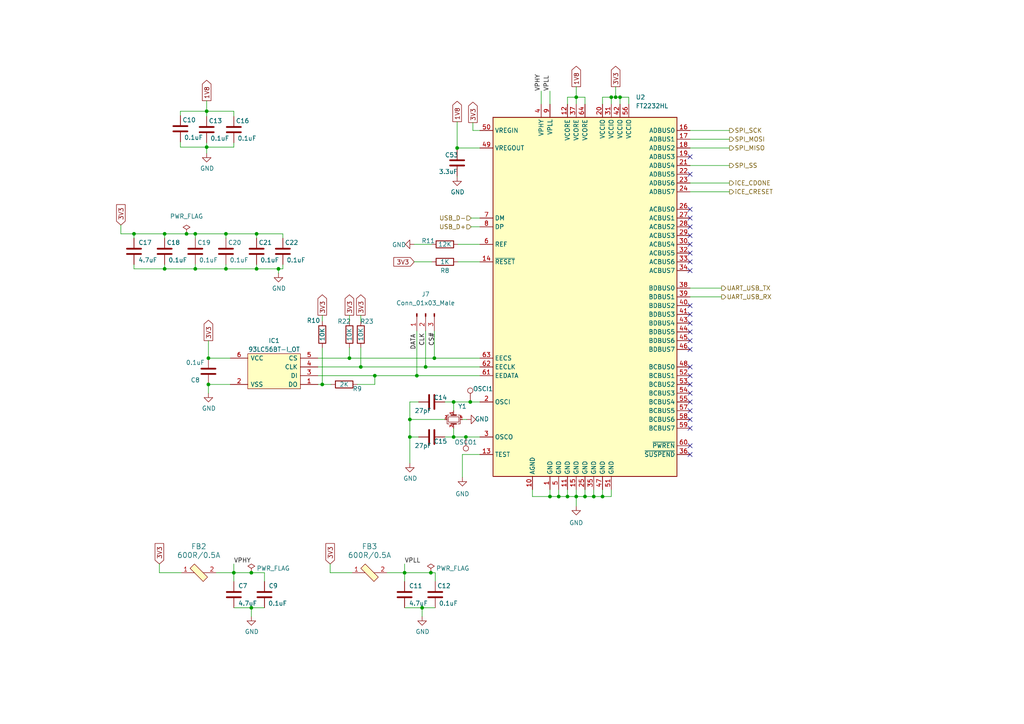
<source format=kicad_sch>
(kicad_sch (version 20211123) (generator eeschema)
  (paper "A4")
  (title_block (title "RiscVLoRaDongle") (date "2022-02-03") (rev "1.0") (company "Mark Njoroge"))
  (lib_symbols
    (symbol "93LC56BT-I_OT:93LC56BT-I_OT" (pin_names (offset 0.762))
      (property "Reference" "IC" (at -7.62 8.89 0))
      (property "Value" "93LC56BT-I_OT" (at -7.62 6.35 0))
      (symbol "93LC56BT-I_OT_0_0"
        (pin passive line (at 12.7 -3.81 180) (length 5.08) (name "DO") (number "1"))
        (pin passive line (at -12.7 -3.81 0) (length 5.08) (name "VSS") (number "2"))
        (pin passive line (at 12.7 -1.27 180) (length 5.08) (name "DI") (number "3"))
        (pin passive line (at 12.7 1.27 180) (length 5.08) (name "CLK") (number "4"))
        (pin passive line (at 12.7 3.81 180) (length 5.08) (name "CS") (number "5"))
        (pin passive line (at -12.7 3.81 0) (length 5.08) (name "VCC") (number "6"))
      )
      (symbol "93LC56BT-I_OT_0_1"
        (rectangle (start -7.62 5.08) (end 7.62 -5.08) (stroke (width 0.1524)) (fill (type background)))
      )
    )
    (symbol "Connector:Conn_01x03_Male" (pin_names (offset 1.016) hide)
      (property "Reference" "J" (at 0 5.08 0))
      (property "Value" "Conn_01x03_Male" (at 0 -5.08 0))
      (symbol "Conn_01x03_Male_1_1"
        (polyline (pts (xy 1.27 -2.54) (xy 0.8636 -2.54)) (stroke (width 0.1524)))
        (polyline (pts (xy 1.27 0) (xy 0.8636 0)) (stroke (width 0.1524)))
        (polyline (pts (xy 1.27 2.54) (xy 0.8636 2.54)) (stroke (width 0.1524)))
        (rectangle (start 0.8636 -2.413) (end 0 -2.667) (stroke (width 0.1524)) (fill (type outline)))
        (rectangle (start 0.8636 0.127) (end 0 -0.127) (stroke (width 0.1524)) (fill (type outline)))
        (rectangle (start 0.8636 2.667) (end 0 2.413) (stroke (width 0.1524)) (fill (type outline)))
        (pin passive line (at 5.08 2.54 180) (length 3.81) (name "Pin_1") (number "1"))
        (pin passive line (at 5.08 0 180) (length 3.81) (name "Pin_2") (number "2"))
        (pin passive line (at 5.08 -2.54 180) (length 3.81) (name "Pin_3") (number "3"))
      )
    )
    (symbol "Connector:TestPoint" (pin_numbers hide) (pin_names (offset 0.762) hide)
      (property "Reference" "TP" (at 0 6.858 0))
      (property "Value" "TestPoint" (at 0 5.08 0))
      (symbol "TestPoint_0_1"
        (circle (center 0 3.302) (radius 0.762))
      )
      (symbol "TestPoint_1_1"
        (pin passive line (at 0 0 90) (length 2.54) (name "1") (number "1"))
      )
    )
    (symbol "Device:C" (pin_numbers hide) (pin_names (offset 0.254))
      (property "Reference" "C" (at 0.635 2.54 0))
      (property "Value" "C" (at 0.635 -2.54 0))
      (symbol "C_0_1"
        (polyline (pts (xy -2.032 -0.762) (xy 2.032 -0.762)) (stroke (width 0.508)))
        (polyline (pts (xy -2.032 0.762) (xy 2.032 0.762)) (stroke (width 0.508)))
      )
      (symbol "C_1_1"
        (pin passive line (at 0 3.81 270) (length 2.794) (name "~") (number "1"))
        (pin passive line (at 0 -3.81 90) (length 2.794) (name "~") (number "2"))
      )
    )
    (symbol "Device:Crystal_GND24_Small" (pin_names (offset 1.016) hide)
      (property "Reference" "Y" (at 1.27 4.445 0))
      (property "Value" "Crystal_GND24_Small" (at 1.27 2.54 0))
      (symbol "Crystal_GND24_Small_0_1"
        (rectangle (start -0.762 -1.524) (end 0.762 1.524))
        (polyline (pts (xy -1.27 -0.762) (xy -1.27 0.762)) (stroke (width 0.381)))
        (polyline (pts (xy 1.27 -0.762) (xy 1.27 0.762)) (stroke (width 0.381)))
        (polyline (pts (xy -1.27 -1.27) (xy -1.27 -1.905) (xy 1.27 -1.905) (xy 1.27 -1.27)))
        (polyline (pts (xy -1.27 1.27) (xy -1.27 1.905) (xy 1.27 1.905) (xy 1.27 1.27)))
      )
      (symbol "Crystal_GND24_Small_1_1"
        (pin passive line (at -2.54 0 0) (length 1.27) (name "1") (number "1"))
        (pin passive line (at 0 -2.54 90) (length 0.635) (name "2") (number "2"))
        (pin passive line (at 2.54 0 180) (length 1.27) (name "3") (number "3"))
        (pin passive line (at 0 2.54 270) (length 0.635) (name "4") (number "4"))
      )
    )
    (symbol "Device:R" (pin_numbers hide) (pin_names (offset 0))
      (property "Reference" "R" (at 2.032 0 90))
      (property "Value" "R" (at 0 0 90))
      (symbol "R_0_1"
        (rectangle (start -1.016 -2.54) (end 1.016 2.54) (stroke (width 0.254)))
      )
      (symbol "R_1_1"
        (pin passive line (at 0 3.81 270) (length 1.27) (name "~") (number "1"))
        (pin passive line (at 0 -3.81 90) (length 1.27) (name "~") (number "2"))
      )
    )
    (symbol "Interface_USB:FT2232HL"
      (property "Reference" "U" (at -26.67 53.34 0))
      (property "Value" "FT2232HL" (at 19.05 53.34 0))
      (symbol "FT2232HL_0_1"
        (rectangle (start -26.67 -52.07) (end 26.67 52.07) (stroke (width 0.254)) (fill (type background)))
      )
      (symbol "FT2232HL_1_1"
        (pin power_in line (at -10.16 -55.88 90) (length 3.81) (name "GND") (number "1"))
        (pin power_in line (at -15.24 -55.88 90) (length 3.81) (name "AGND") (number "10"))
        (pin power_in line (at -5.08 -55.88 90) (length 3.81) (name "GND") (number "11"))
        (pin power_in line (at -5.08 55.88 270) (length 3.81) (name "VCORE") (number "12"))
        (pin input line (at -30.48 -45.72 0) (length 3.81) (name "TEST") (number "13"))
        (pin input line (at -30.48 10.16 0) (length 3.81) (name "~{RESET}") (number "14"))
        (pin power_in line (at -2.54 -55.88 90) (length 3.81) (name "GND") (number "15"))
        (pin bidirectional line (at 30.48 48.26 180) (length 3.81) (name "ADBUS0") (number "16"))
        (pin bidirectional line (at 30.48 45.72 180) (length 3.81) (name "ADBUS1") (number "17"))
        (pin bidirectional line (at 30.48 43.18 180) (length 3.81) (name "ADBUS2") (number "18"))
        (pin bidirectional line (at 30.48 40.64 180) (length 3.81) (name "ADBUS3") (number "19"))
        (pin input line (at -30.48 -30.48 0) (length 3.81) (name "OSCI") (number "2"))
        (pin power_in line (at 5.08 55.88 270) (length 3.81) (name "VCCIO") (number "20"))
        (pin bidirectional line (at 30.48 38.1 180) (length 3.81) (name "ADBUS4") (number "21"))
        (pin bidirectional line (at 30.48 35.56 180) (length 3.81) (name "ADBUS5") (number "22"))
        (pin bidirectional line (at 30.48 33.02 180) (length 3.81) (name "ADBUS6") (number "23"))
        (pin bidirectional line (at 30.48 30.48 180) (length 3.81) (name "ADBUS7") (number "24"))
        (pin power_in line (at 0 -55.88 90) (length 3.81) (name "GND") (number "25"))
        (pin bidirectional line (at 30.48 25.4 180) (length 3.81) (name "ACBUS0") (number "26"))
        (pin bidirectional line (at 30.48 22.86 180) (length 3.81) (name "ACBUS1") (number "27"))
        (pin bidirectional line (at 30.48 20.32 180) (length 3.81) (name "ACBUS2") (number "28"))
        (pin bidirectional line (at 30.48 17.78 180) (length 3.81) (name "ACBUS3") (number "29"))
        (pin output line (at -30.48 -40.64 0) (length 3.81) (name "OSCO") (number "3"))
        (pin bidirectional line (at 30.48 15.24 180) (length 3.81) (name "ACBUS4") (number "30"))
        (pin power_in line (at 7.62 55.88 270) (length 3.81) (name "VCCIO") (number "31"))
        (pin bidirectional line (at 30.48 12.7 180) (length 3.81) (name "ACBUS5") (number "32"))
        (pin bidirectional line (at 30.48 10.16 180) (length 3.81) (name "ACBUS6") (number "33"))
        (pin bidirectional line (at 30.48 7.62 180) (length 3.81) (name "ACBUS7") (number "34"))
        (pin power_in line (at 2.54 -55.88 90) (length 3.81) (name "GND") (number "35"))
        (pin output line (at 30.48 -45.72 180) (length 3.81) (name "~{SUSPEND}") (number "36"))
        (pin power_in line (at -2.54 55.88 270) (length 3.81) (name "VCORE") (number "37"))
        (pin bidirectional line (at 30.48 2.54 180) (length 3.81) (name "BDBUS0") (number "38"))
        (pin bidirectional line (at 30.48 0 180) (length 3.81) (name "BDBUS1") (number "39"))
        (pin power_in line (at -12.7 55.88 270) (length 3.81) (name "VPHY") (number "4"))
        (pin bidirectional line (at 30.48 -2.54 180) (length 3.81) (name "BDBUS2") (number "40"))
        (pin bidirectional line (at 30.48 -5.08 180) (length 3.81) (name "BDBUS3") (number "41"))
        (pin power_in line (at 10.16 55.88 270) (length 3.81) (name "VCCIO") (number "42"))
        (pin bidirectional line (at 30.48 -7.62 180) (length 3.81) (name "BDBUS4") (number "43"))
        (pin bidirectional line (at 30.48 -10.16 180) (length 3.81) (name "BDBUS5") (number "44"))
        (pin bidirectional line (at 30.48 -12.7 180) (length 3.81) (name "BDBUS6") (number "45"))
        (pin bidirectional line (at 30.48 -15.24 180) (length 3.81) (name "BDBUS7") (number "46"))
        (pin power_in line (at 5.08 -55.88 90) (length 3.81) (name "GND") (number "47"))
        (pin bidirectional line (at 30.48 -20.32 180) (length 3.81) (name "BCBUS0") (number "48"))
        (pin power_out line (at -30.48 43.18 0) (length 3.81) (name "VREGOUT") (number "49"))
        (pin power_in line (at -7.62 -55.88 90) (length 3.81) (name "GND") (number "5"))
        (pin power_in line (at -30.48 48.26 0) (length 3.81) (name "VREGIN") (number "50"))
        (pin power_in line (at 7.62 -55.88 90) (length 3.81) (name "GND") (number "51"))
        (pin bidirectional line (at 30.48 -22.86 180) (length 3.81) (name "BCBUS1") (number "52"))
        (pin bidirectional line (at 30.48 -25.4 180) (length 3.81) (name "BCBUS2") (number "53"))
        (pin bidirectional line (at 30.48 -27.94 180) (length 3.81) (name "BCBUS3") (number "54"))
        (pin bidirectional line (at 30.48 -30.48 180) (length 3.81) (name "BCBUS4") (number "55"))
        (pin power_in line (at 12.7 55.88 270) (length 3.81) (name "VCCIO") (number "56"))
        (pin bidirectional line (at 30.48 -33.02 180) (length 3.81) (name "BCBUS5") (number "57"))
        (pin bidirectional line (at 30.48 -35.56 180) (length 3.81) (name "BCBUS6") (number "58"))
        (pin bidirectional line (at 30.48 -38.1 180) (length 3.81) (name "BCBUS7") (number "59"))
        (pin output line (at -30.48 15.24 0) (length 3.81) (name "REF") (number "6"))
        (pin output line (at 30.48 -43.18 180) (length 3.81) (name "~{PWREN}") (number "60"))
        (pin bidirectional line (at -30.48 -22.86 0) (length 3.81) (name "EEDATA") (number "61"))
        (pin output line (at -30.48 -20.32 0) (length 3.81) (name "EECLK") (number "62"))
        (pin output line (at -30.48 -17.78 0) (length 3.81) (name "EECS") (number "63"))
        (pin power_in line (at 0 55.88 270) (length 3.81) (name "VCORE") (number "64"))
        (pin bidirectional line (at -30.48 22.86 0) (length 3.81) (name "DM") (number "7"))
        (pin bidirectional line (at -30.48 20.32 0) (length 3.81) (name "DP") (number "8"))
        (pin input line (at -10.16 55.88 270) (length 3.81) (name "VPLL") (number "9"))
      )
    )
    (symbol "dk_Ferrite-Beads-and-Chips:BLM18AG601SN1D" (pin_names (offset 1.016))
      (property "Reference" "FB" (at -2.54 3.81 0))
      (property "Value" "BLM18AG601SN1D" (at 0 -3.81 0))
      (symbol "BLM18AG601SN1D_0_1"
        (polyline (pts (xy -1.27 0) (xy -2.54 0)))
        (polyline (pts (xy 1.27 0) (xy 2.54 0)))
        (polyline (pts (xy -1.27 2.54) (xy -2.54 1.27) (xy 1.27 -2.54) (xy 2.54 -1.27) (xy -1.27 2.54)) (fill (type background)))
      )
      (symbol "BLM18AG601SN1D_1_1"
        (pin passive line (at -5.08 0 0) (length 2.54) (name "~") (number "1"))
        (pin passive line (at 5.08 0 180) (length 2.54) (name "~") (number "2"))
      )
    )
    (symbol "power:GND" (power) (pin_names (offset 0))
      (property "Value" "GND" (at 0 -3.81 0))
      (symbol "GND_0_1"
        (polyline (pts (xy 0 0) (xy 0 -1.27) (xy 1.27 -1.27) (xy 0 -2.54) (xy -1.27 -1.27) (xy 0 -1.27)))
      )
      (symbol "GND_1_1"
        (pin power_in line (at 0 0 270) (length 0) hide (name "GND") (number "1"))
      )
    )
    (symbol "power:PWR_FLAG" (power) (pin_numbers hide) (pin_names (offset 0) hide)
      (property "Value" "PWR_FLAG" (at 0 3.81 0))
      (symbol "PWR_FLAG_0_0"
        (pin power_out line (at 0 0 90) (length 0) (name "pwr") (number "1"))
      )
      (symbol "PWR_FLAG_0_1"
        (polyline (pts (xy 0 0) (xy 0 1.27) (xy -1.016 1.905) (xy 0 2.54) (xy 1.016 1.905) (xy 0 1.27)))
      )
    )
  )
  (junction (at 104.648 106.426))
  (junction (at 60.452 111.506))
  (junction (at 162.052 144.018))
  (junction (at 101.346 103.886))
  (junction (at 65.532 77.978))
  (junction (at 125.984 103.886))
  (junction (at 60.452 103.886))
  (junction (at 93.472 111.506))
  (junction (at 38.862 67.818))
  (junction (at 174.752 144.018))
  (junction (at 124.968 166.116))
  (junction (at 117.348 166.116))
  (junction (at 80.772 77.978))
  (junction (at 123.444 106.426))
  (junction (at 172.212 144.018))
  (junction (at 56.642 77.978))
  (junction (at 118.872 121.666))
  (junction (at 120.904 108.966))
  (junction (at 178.562 28.194))
  (junction (at 74.422 67.818))
  (junction (at 59.944 42.672))
  (junction (at 72.898 176.276))
  (junction (at 159.512 144.018))
  (junction (at 177.292 28.194))
  (junction (at 47.752 77.978))
  (junction (at 72.898 166.116))
  (junction (at 167.132 144.018))
  (junction (at 54.102 67.818))
  (junction (at 135.128 126.746))
  (junction (at 179.832 28.194))
  (junction (at 169.672 144.018))
  (junction (at 56.642 67.818))
  (junction (at 47.752 67.818))
  (junction (at 131.572 126.746))
  (junction (at 108.712 108.966))
  (junction (at 122.428 176.276))
  (junction (at 136.398 116.586))
  (junction (at 164.592 144.018))
  (junction (at 67.818 166.116))
  (junction (at 118.872 126.746))
  (junction (at 74.422 77.978))
  (junction (at 65.532 67.818))
  (junction (at 59.944 32.258))
  (junction (at 167.132 28.194))
  (junction (at 131.572 116.586))
  (junction (at 132.588 42.926))
  (no_connect (at 200.152 101.346))
  (no_connect (at 200.152 114.046))
  (no_connect (at 200.152 121.666))
  (no_connect (at 200.152 45.466))
  (no_connect (at 200.152 106.426))
  (no_connect (at 200.152 108.966))
  (no_connect (at 200.152 98.806))
  (no_connect (at 200.152 131.826))
  (no_connect (at 200.152 129.286))
  (no_connect (at 200.152 124.206))
  (no_connect (at 200.152 119.126))
  (no_connect (at 200.152 50.546))
  (no_connect (at 200.152 65.786))
  (no_connect (at 200.152 63.246))
  (no_connect (at 200.152 68.326))
  (no_connect (at 200.152 73.406))
  (no_connect (at 200.152 75.946))
  (no_connect (at 200.152 70.866))
  (no_connect (at 200.152 78.486))
  (no_connect (at 200.152 111.506))
  (no_connect (at 200.152 116.586))
  (no_connect (at 200.152 60.706))
  (no_connect (at 200.152 88.646))
  (no_connect (at 200.152 91.186))
  (no_connect (at 200.152 93.726))
  (no_connect (at 200.152 96.266))
  (wire (pts (xy 74.422 77.978) (xy 80.772 77.978)))
  (wire (pts (xy 154.432 144.018) (xy 159.512 144.018)))
  (wire (pts (xy 177.292 144.018) (xy 177.292 141.986)))
  (wire (pts (xy 93.472 91.44) (xy 93.472 93.218)))
  (wire (pts (xy 122.428 176.276) (xy 122.428 178.816)))
  (wire (pts (xy 60.452 98.806) (xy 60.452 103.886)))
  (wire (pts (xy 59.944 32.258) (xy 67.818 32.258)))
  (wire (pts (xy 62.738 166.116) (xy 67.818 166.116)))
  (wire (pts (xy 101.346 91.44) (xy 101.346 93.218)))
  (wire (pts (xy 164.592 28.194) (xy 167.132 28.194)))
  (wire (pts (xy 82.042 67.818) (xy 74.422 67.818)))
  (wire (pts (xy 67.818 42.672) (xy 67.818 41.402)))
  (wire (pts (xy 118.872 126.746) (xy 118.872 134.366)))
  (wire (pts (xy 177.292 28.194) (xy 178.562 28.194)))
  (wire (pts (xy 80.772 77.978) (xy 82.042 77.978)))
  (wire (pts (xy 131.572 124.206) (xy 131.572 126.746)))
  (wire (pts (xy 154.432 141.986) (xy 154.432 144.018)))
  (wire (pts (xy 65.532 69.088) (xy 65.532 67.818)))
  (wire (pts (xy 131.572 126.746) (xy 129.032 126.746)))
  (wire (pts (xy 59.944 32.258) (xy 59.944 33.782)))
  (wire (pts (xy 38.862 77.978) (xy 47.752 77.978)))
  (wire (pts (xy 167.132 28.194) (xy 169.672 28.194)))
  (wire (pts (xy 59.944 41.402) (xy 59.944 42.672)))
  (wire (pts (xy 101.346 100.838) (xy 101.346 103.886)))
  (wire (pts (xy 135.382 121.666) (xy 134.112 121.666)))
  (wire (pts (xy 56.642 76.708) (xy 56.642 77.978)))
  (wire (pts (xy 139.192 126.746) (xy 135.128 126.746)))
  (wire (pts (xy 112.268 166.116) (xy 117.348 166.116)))
  (wire (pts (xy 52.324 32.258) (xy 59.944 32.258)))
  (wire (pts (xy 56.642 69.088) (xy 56.642 67.818)))
  (wire (pts (xy 92.202 108.966) (xy 108.712 108.966)))
  (wire (pts (xy 56.642 77.978) (xy 65.532 77.978)))
  (wire (pts (xy 126.238 168.656) (xy 126.238 166.116)))
  (wire (pts (xy 172.212 144.018) (xy 174.752 144.018)))
  (wire (pts (xy 67.818 166.116) (xy 67.818 163.576)))
  (wire (pts (xy 120.904 96.012) (xy 120.904 108.966)))
  (wire (pts (xy 120.142 75.946) (xy 125.222 75.946)))
  (wire (pts (xy 82.042 77.978) (xy 82.042 76.708)))
  (wire (pts (xy 200.152 55.626) (xy 211.582 55.626)))
  (wire (pts (xy 124.968 166.116) (xy 117.348 166.116)))
  (wire (pts (xy 132.588 42.926) (xy 139.192 42.926)))
  (wire (pts (xy 59.944 29.21) (xy 59.944 32.258)))
  (wire (pts (xy 80.772 77.978) (xy 80.772 79.248)))
  (wire (pts (xy 200.152 48.006) (xy 211.582 48.006)))
  (wire (pts (xy 76.708 168.656) (xy 76.708 166.116)))
  (wire (pts (xy 162.052 144.018) (xy 164.592 144.018)))
  (wire (pts (xy 177.292 28.194) (xy 177.292 30.226)))
  (wire (pts (xy 167.132 144.018) (xy 167.132 146.812)))
  (wire (pts (xy 74.422 76.708) (xy 74.422 77.978)))
  (wire (pts (xy 38.862 67.818) (xy 47.752 67.818)))
  (wire (pts (xy 167.132 25.146) (xy 167.132 28.194)))
  (wire (pts (xy 167.132 141.986) (xy 167.132 144.018)))
  (wire (pts (xy 164.592 141.986) (xy 164.592 144.018)))
  (wire (pts (xy 93.472 100.838) (xy 93.472 111.506)))
  (wire (pts (xy 101.346 103.886) (xy 125.984 103.886)))
  (wire (pts (xy 47.752 67.818) (xy 54.102 67.818)))
  (wire (pts (xy 120.904 108.966) (xy 139.192 108.966)))
  (wire (pts (xy 132.588 43.434) (xy 132.588 42.926)))
  (wire (pts (xy 139.192 131.826) (xy 134.112 131.826)))
  (wire (pts (xy 38.862 69.088) (xy 38.862 67.818)))
  (wire (pts (xy 35.052 67.818) (xy 38.862 67.818)))
  (wire (pts (xy 137.16 37.846) (xy 139.192 37.846)))
  (wire (pts (xy 164.592 30.226) (xy 164.592 28.194)))
  (wire (pts (xy 35.052 65.278) (xy 35.052 67.818)))
  (wire (pts (xy 118.872 121.666) (xy 118.872 126.746)))
  (wire (pts (xy 47.752 77.978) (xy 56.642 77.978)))
  (wire (pts (xy 200.152 86.106) (xy 209.296 86.106)))
  (wire (pts (xy 76.708 166.116) (xy 72.898 166.116)))
  (wire (pts (xy 66.802 111.506) (xy 60.452 111.506)))
  (wire (pts (xy 52.324 41.148) (xy 52.324 42.672)))
  (wire (pts (xy 59.944 42.672) (xy 67.818 42.672)))
  (wire (pts (xy 54.102 67.818) (xy 56.642 67.818)))
  (wire (pts (xy 72.898 176.276) (xy 72.898 178.816)))
  (wire (pts (xy 136.398 116.586) (xy 139.192 116.586)))
  (wire (pts (xy 169.672 28.194) (xy 169.672 30.226)))
  (wire (pts (xy 174.752 30.226) (xy 174.752 28.194)))
  (wire (pts (xy 67.818 166.116) (xy 67.818 168.656)))
  (wire (pts (xy 137.16 35.56) (xy 137.16 37.846)))
  (wire (pts (xy 179.832 28.194) (xy 179.832 30.226)))
  (wire (pts (xy 159.512 30.226) (xy 159.512 26.416)))
  (wire (pts (xy 103.632 111.506) (xy 108.712 111.506)))
  (wire (pts (xy 92.202 106.426) (xy 104.648 106.426)))
  (wire (pts (xy 132.842 70.866) (xy 139.192 70.866)))
  (wire (pts (xy 169.672 141.986) (xy 169.672 144.018)))
  (wire (pts (xy 200.152 42.926) (xy 211.582 42.926)))
  (wire (pts (xy 134.112 131.826) (xy 134.112 138.43)))
  (wire (pts (xy 123.444 106.426) (xy 139.192 106.426)))
  (wire (pts (xy 159.512 144.018) (xy 162.052 144.018)))
  (wire (pts (xy 56.642 67.818) (xy 65.532 67.818)))
  (wire (pts (xy 118.872 116.586) (xy 118.872 121.666)))
  (wire (pts (xy 117.348 176.276) (xy 122.428 176.276)))
  (wire (pts (xy 108.712 108.966) (xy 120.904 108.966)))
  (wire (pts (xy 123.444 96.012) (xy 123.444 106.426)))
  (wire (pts (xy 120.142 70.866) (xy 125.222 70.866)))
  (wire (pts (xy 126.238 176.276) (xy 122.428 176.276)))
  (wire (pts (xy 95.758 163.576) (xy 95.758 166.116)))
  (wire (pts (xy 162.052 141.986) (xy 162.052 144.018)))
  (wire (pts (xy 74.422 67.818) (xy 74.422 69.088)))
  (wire (pts (xy 65.532 67.818) (xy 74.422 67.818)))
  (wire (pts (xy 131.572 116.586) (xy 136.398 116.586)))
  (wire (pts (xy 167.132 28.194) (xy 167.132 30.226)))
  (wire (pts (xy 125.984 96.012) (xy 125.984 103.886)))
  (wire (pts (xy 126.238 166.116) (xy 124.968 166.116)))
  (wire (pts (xy 47.752 76.708) (xy 47.752 77.978)))
  (wire (pts (xy 159.512 141.986) (xy 159.512 144.018)))
  (wire (pts (xy 131.572 116.586) (xy 129.032 116.586)))
  (wire (pts (xy 169.672 144.018) (xy 172.212 144.018)))
  (wire (pts (xy 52.324 33.528) (xy 52.324 32.258)))
  (wire (pts (xy 139.192 63.246) (xy 136.652 63.246)))
  (wire (pts (xy 139.192 65.786) (xy 136.652 65.786)))
  (wire (pts (xy 38.862 76.708) (xy 38.862 77.978)))
  (wire (pts (xy 200.152 37.846) (xy 211.582 37.846)))
  (wire (pts (xy 125.984 103.886) (xy 139.192 103.886)))
  (wire (pts (xy 104.648 91.44) (xy 104.648 93.218)))
  (wire (pts (xy 52.324 42.672) (xy 59.944 42.672)))
  (wire (pts (xy 164.592 144.018) (xy 167.132 144.018)))
  (wire (pts (xy 132.588 35.306) (xy 132.588 42.926)))
  (wire (pts (xy 129.032 121.666) (xy 118.872 121.666)))
  (wire (pts (xy 200.152 53.086) (xy 211.582 53.086)))
  (wire (pts (xy 179.832 28.194) (xy 182.372 28.194)))
  (wire (pts (xy 132.588 51.054) (xy 132.588 51.308)))
  (wire (pts (xy 60.452 111.506) (xy 60.452 114.046)))
  (wire (pts (xy 72.898 166.116) (xy 67.818 166.116)))
  (wire (pts (xy 131.572 116.586) (xy 131.572 119.126)))
  (wire (pts (xy 65.532 77.978) (xy 74.422 77.978)))
  (wire (pts (xy 118.872 116.586) (xy 121.412 116.586)))
  (wire (pts (xy 82.042 69.088) (xy 82.042 67.818)))
  (wire (pts (xy 117.348 166.116) (xy 117.348 168.656)))
  (wire (pts (xy 104.648 100.838) (xy 104.648 106.426)))
  (wire (pts (xy 65.532 76.708) (xy 65.532 77.978)))
  (wire (pts (xy 67.818 32.258) (xy 67.818 33.782)))
  (wire (pts (xy 121.412 126.746) (xy 118.872 126.746)))
  (wire (pts (xy 93.472 111.506) (xy 96.012 111.506)))
  (wire (pts (xy 47.752 69.088) (xy 47.752 67.818)))
  (wire (pts (xy 200.152 83.566) (xy 209.296 83.566)))
  (wire (pts (xy 92.202 111.506) (xy 93.472 111.506)))
  (wire (pts (xy 76.708 176.276) (xy 72.898 176.276)))
  (wire (pts (xy 200.152 40.386) (xy 211.582 40.386)))
  (wire (pts (xy 174.752 144.018) (xy 177.292 144.018)))
  (wire (pts (xy 117.348 166.116) (xy 117.348 163.576)))
  (wire (pts (xy 67.818 176.276) (xy 72.898 176.276)))
  (wire (pts (xy 108.712 111.506) (xy 108.712 108.966)))
  (wire (pts (xy 156.972 30.226) (xy 156.972 26.416)))
  (wire (pts (xy 59.944 42.672) (xy 59.944 44.45)))
  (wire (pts (xy 135.128 126.746) (xy 131.572 126.746)))
  (wire (pts (xy 104.648 106.426) (xy 123.444 106.426)))
  (wire (pts (xy 132.842 75.946) (xy 139.192 75.946)))
  (wire (pts (xy 172.212 141.986) (xy 172.212 144.018)))
  (wire (pts (xy 174.752 141.986) (xy 174.752 144.018)))
  (wire (pts (xy 182.372 28.194) (xy 182.372 30.226)))
  (wire (pts (xy 46.228 166.116) (xy 52.578 166.116)))
  (wire (pts (xy 46.228 163.576) (xy 46.228 166.116)))
  (wire (pts (xy 92.202 103.886) (xy 101.346 103.886)))
  (wire (pts (xy 95.758 166.116) (xy 102.108 166.116)))
  (wire (pts (xy 178.562 28.194) (xy 179.832 28.194)))
  (wire (pts (xy 66.802 103.886) (xy 60.452 103.886)))
  (wire (pts (xy 178.562 25.146) (xy 178.562 28.194)))
  (wire (pts (xy 167.132 144.018) (xy 169.672 144.018)))
  (wire (pts (xy 174.752 28.194) (xy 177.292 28.194)))
  (label "VPLL" (at 159.512 26.416 90))
  (label "VPHY" (at 156.972 26.416 90))
  (label "VPLL" (at 117.348 163.576 0))
  (label "CLK" (at 123.444 96.52 270))
  (label "DATA" (at 120.904 96.774 270))
  (label "VPHY" (at 67.818 163.576 0))
  (label "CS#" (at 126.238 100.33 90))
  (global_label "3V3" (shape output) (at 178.562 25.146 90) (property "Intersheet References" "${INTERSHEET_REFS}" (effects hide)))
  (global_label "1V8" (shape output) (at 167.132 25.146 90) (property "Intersheet References" "${INTERSHEET_REFS}" (effects hide)))
  (global_label "1V8" (shape output) (at 59.944 29.21 90) (property "Intersheet References" "${INTERSHEET_REFS}" (effects hide)))
  (global_label "3V3" (shape input) (at 35.052 65.278 90) (property "Intersheet References" "${INTERSHEET_REFS}" (effects hide)))
  (global_label "3V3" (shape output) (at 93.472 91.44 90) (property "Intersheet References" "${INTERSHEET_REFS}" (effects hide)))
  (global_label "3V3" (shape input) (at 46.228 163.576 90) (property "Intersheet References" "${INTERSHEET_REFS}" (effects hide)))
  (global_label "3V3" (shape input) (at 95.758 163.576 90) (property "Intersheet References" "${INTERSHEET_REFS}" (effects hide)))
  (global_label "3V3" (shape input) (at 120.142 75.946 180) (property "Intersheet References" "${INTERSHEET_REFS}" (effects hide)))
  (global_label "3V3" (shape output) (at 60.452 98.806 90) (property "Intersheet References" "${INTERSHEET_REFS}" (effects hide)))
  (global_label "1V8" (shape output) (at 132.588 35.306 90) (property "Intersheet References" "${INTERSHEET_REFS}" (effects hide)))
  (global_label "3V3" (shape output) (at 104.648 91.44 90) (property "Intersheet References" "${INTERSHEET_REFS}" (effects hide)))
  (global_label "3V3" (shape output) (at 101.346 91.44 90) (property "Intersheet References" "${INTERSHEET_REFS}" (effects hide)))
  (global_label "3V3" (shape output) (at 137.16 35.56 90) (property "Intersheet References" "${INTERSHEET_REFS}" (effects hide)))
  (hierarchical_label "USB_D+" (shape input) (at 136.652 65.786 180))
  (hierarchical_label "UART_USB_RX" (shape output) (at 209.296 86.106 0))
  (hierarchical_label "USB_D-" (shape input) (at 136.652 63.246 180))
  (hierarchical_label "SPI_MISO" (shape output) (at 211.582 42.926 0))
  (hierarchical_label "iCE_CRESET" (shape output) (at 211.582 55.626 0))
  (hierarchical_label "SPI_MOSI" (shape output) (at 211.582 40.386 0))
  (hierarchical_label "iCE_CDONE" (shape output) (at 211.582 53.086 0))
  (hierarchical_label "UART_USB_TX" (shape output) (at 209.296 83.566 0))
  (hierarchical_label "SPI_SCK" (shape output) (at 211.582 37.846 0))
  (hierarchical_label "SPI_SS" (shape output) (at 211.582 48.006 0))
  (symbol (lib_id "dk_Ferrite-Beads-and-Chips:BLM18AG601SN1D") (at 57.658 166.116 0) (unit 1)
    (property "Reference" "FB2" (at 57.658 158.496 0) (effects (font (size 1.524 1.524))))
    (property "Value" "600R/0.5A" (at 57.658 161.036 0) (effects (font (size 1.524 1.524))))
    (property "Footprint" "digikey-footprints:0603" (effects hide))
    (property "Datasheet" "https://www.murata.com/en-us/products/productdata/8796738650142/ENFA0003.pdf" (effects hide))
    (property "Digi-Key_PN" "490-1014-1-ND" (effects hide))
    (property "MPN" "BLM18AG601SN1D" (effects hide))
    (property "Category" "Filters" (effects hide))
    (property "Family" "Ferrite Beads and Chips" (effects hide))
    (property "DK_Datasheet_Link" "https://www.murata.com/en-us/products/productdata/8796738650142/ENFA0003.pdf" (effects hide))
    (property "DK_Detail_Page" "/product-detail/en/murata-electronics-north-america/BLM18AG601SN1D/490-1014-1-ND/584462" (effects hide))
    (property "Description" "FERRITE BEAD 600 OHM 0603 1LN" (effects hide))
    (property "Manufacturer" "Murata Electronics North America" (effects hide))
    (property "Status" "Active" (effects hide))
    (property "Manufacturer Part Number" "BLM18AG601SN1D" (effects hide))
    (property "Package" "0603" (effects hide))
    (property "Type" "SMD" (effects hide))
  )
  (symbol (lib_id "dk_Ferrite-Beads-and-Chips:BLM18AG601SN1D") (at 107.188 166.116 0) (unit 1)
    (property "Reference" "FB3" (at 107.188 158.496 0) (effects (font (size 1.524 1.524))))
    (property "Value" "600R/0.5A" (at 107.188 161.036 0) (effects (font (size 1.524 1.524))))
    (property "Footprint" "digikey-footprints:0603" (effects hide))
    (property "Datasheet" "https://www.murata.com/en-us/products/productdata/8796738650142/ENFA0003.pdf" (effects hide))
    (property "Digi-Key_PN" "490-1014-1-ND" (effects hide))
    (property "MPN" "BLM18AG601SN1D" (effects hide))
    (property "Category" "Filters" (effects hide))
    (property "Family" "Ferrite Beads and Chips" (effects hide))
    (property "DK_Datasheet_Link" "https://www.murata.com/en-us/products/productdata/8796738650142/ENFA0003.pdf" (effects hide))
    (property "DK_Detail_Page" "/product-detail/en/murata-electronics-north-america/BLM18AG601SN1D/490-1014-1-ND/584462" (effects hide))
    (property "Description" "FERRITE BEAD 600 OHM 0603 1LN" (effects hide))
    (property "Manufacturer" "Murata Electronics North America" (effects hide))
    (property "Status" "Active" (effects hide))
    (property "Manufacturer Part Number" "BLM18AG601SN1D" (effects hide))
    (property "Package" "0603" (effects hide))
    (property "Type" "SMD" (effects hide))
  )
  (symbol (lib_id "power:GND") (at 120.142 70.866 270) (unit 1)
    (property "Reference" "#PWR014" (effects hide))
    (property "Value" "GND" (at 115.7478 70.993 90))
  )
  (symbol (lib_id "Device:R") (at 129.032 70.866 270) (unit 1)
    (property "Reference" "R11" (at 124.206 69.85 90))
    (property "Value" "12K" (at 129.032 70.866 90))
    (property "Footprint" "Resistor_SMD:R_0402_1005Metric_Pad0.72x0.64mm_HandSolder" (effects hide))
    (property "Description" "RES 10K OHM 1% 1/16W 0402" (effects hide))
    (property "Manufacturer" "Stackpole Electronics Inc" (effects hide))
    (property "Manufacturer Part Number" "RMCF0402FT12K0" (effects hide))
    (property "Package" "0402" (effects hide))
  )
  (symbol (lib_id "power:GND") (at 118.872 134.366 0) (unit 1)
    (property "Reference" "#PWR013" (effects hide))
    (property "Value" "GND" (at 118.999 138.7602 0))
  )
  (symbol (lib_id "93LC56BT-I_OT:93LC56BT-I_OT") (at 79.502 107.696 0) (unit 1)
    (property "Reference" "IC1" (at 79.502 98.806 0))
    (property "Value" "93LC56BT-I_OT" (at 79.502 101.346 0))
    (property "Footprint" "93LC56B-I_OT_KiCad:SOT95P270X145-6N" (effects hide))
    (property "Datasheet" "http://ww1.microchip.com/downloads/en/DeviceDoc/21794G.pdf" (effects hide))
    (property "Description" "2K,128 X 16,Serial EE,SOT23" (effects hide))
    (property "Height" "1.45" (effects hide))
    (property "Manufacturer_Name" "Microchip" (effects hide))
    (property "Manufacturer_Part_Number" "93LC56BT-I/OT" (effects hide))
    (property "Mouser Part Number" "579-93LC56BT-I/OT" (effects hide))
    (property "Mouser Price/Stock" "https://www.mouser.co.uk/ProductDetail/Microchip-Technology/93LC56BT-I-OT?qs=lQv0JY93vrc7B5Rh5LPW8g%3D%3D" (effects hide))
    (property "Arrow Part Number" "93LC56BT-I/OT" (effects hide))
    (property "Arrow Price/Stock" "https://www.arrow.com/en/products/93lc56bt-iot/microchip-technology" (effects hide))
    (property "Manufacturer" "Microchip" (effects hide))
    (property "Manufacturer Part Number" "93LC56BT-I/OT" (effects hide))
    (property "Package" "SOT23-6" (effects hide))
    (property "Type" "SMD" (effects hide))
  )
  (symbol (lib_id "power:GND") (at 60.452 114.046 0) (unit 1)
    (property "Reference" "#PWR07" (effects hide))
    (property "Value" "GND" (at 60.579 118.4402 0))
  )
  (symbol (lib_id "Device:R") (at 99.822 111.506 270) (unit 1)
    (property "Reference" "R9" (at 103.632 112.776 90))
    (property "Value" "2K" (at 99.822 111.506 90))
    (property "Footprint" "Resistor_SMD:R_0402_1005Metric_Pad0.72x0.64mm_HandSolder" (effects hide))
    (property "Description" "RES 2K OHM 1% 1/16W 0402" (effects hide))
    (property "Manufacturer" "Stackpole Electronics Inc" (effects hide))
    (property "Manufacturer Part Number" "RMCF0402FT2K00" (effects hide))
    (property "Package" "0402" (effects hide))
  )
  (symbol (lib_id "Device:R") (at 93.472 97.028 0) (unit 1)
    (property "Reference" "R10" (at 90.932 92.964 0))
    (property "Value" "10K" (at 93.472 97.028 90))
    (property "Footprint" "Resistor_SMD:R_0402_1005Metric_Pad0.72x0.64mm_HandSolder" (effects hide))
    (property "Description" "RES 10K OHM 1% 1/16W 0402" (effects hide))
    (property "Manufacturer" "Stackpole Electronics Inc" (effects hide))
    (property "Manufacturer Part Number" "RMCF0402FT10K0" (effects hide))
    (property "Package" "0402" (effects hide))
  )
  (symbol (lib_id "Device:C") (at 125.222 126.746 270) (unit 1)
    (property "Reference" "C15" (at 127.762 128.016 90))
    (property "Value" "27pF" (at 122.682 129.286 90))
    (property "Footprint" "Capacitor_SMD:C_0603_1608Metric_Pad1.08x0.95mm_HandSolder" (effects hide))
    (property "Manufacturer Part Number" "GRM1885C1H270JA01D" (effects hide))
    (property "Package" "0603" (effects hide))
    (property "Type" "SMD" (effects hide))
    (property "Description" "CAP CER 27PF 50V C0G/NP0 0603" (effects hide))
    (property "Manufacturer" "Murata Electronics" (effects hide))
  )
  (symbol (lib_id "Device:C") (at 125.222 116.586 270) (unit 1)
    (property "Reference" "C14" (at 127.762 115.316 90))
    (property "Value" "27pF" (at 122.682 119.126 90))
    (property "Footprint" "Capacitor_SMD:C_0603_1608Metric_Pad1.08x0.95mm_HandSolder" (effects hide))
    (property "Manufacturer Part Number" "GRM1885C1H270JA01D" (effects hide))
    (property "Package" "0603" (effects hide))
    (property "Type" "SMD" (effects hide))
    (property "Description" "CAP CER 27PF 50V C0G/NP0 0603" (effects hide))
    (property "Manufacturer" "Murata Electronics" (effects hide))
  )
  (symbol (lib_id "Device:C") (at 67.818 172.466 0) (unit 1)
    (property "Reference" "C7" (at 69.088 169.926 0) (effects (justify left)))
    (property "Value" "4.7uF" (at 69.088 175.006 0) (effects (justify left)))
    (property "Footprint" "Capacitor_SMD:C_0402_1005Metric_Pad0.74x0.62mm_HandSolder" (effects hide))
    (property "Part Number" "GRM155C80J475MEAAD" (effects hide))
    (property "Manufacturer" "Murata Electronics" (effects hide))
    (property "Manufacturer Part Number" "GRM155C80J475MEAAD" (effects hide))
    (property "Description" "CAP CER 4.7UF 6.3V X6S 0402" (effects hide))
    (property "Package" "0402" (effects hide))
    (property "Type" "SMD" (effects hide))
  )
  (symbol (lib_id "power:GND") (at 72.898 178.816 0) (unit 1)
    (property "Reference" "#PWR08" (effects hide))
    (property "Value" "GND" (at 73.025 183.2102 0))
  )
  (symbol (lib_id "Device:C") (at 117.348 172.466 0) (unit 1)
    (property "Reference" "C11" (at 118.618 169.926 0) (effects (justify left)))
    (property "Value" "4.7uF" (at 118.618 175.006 0) (effects (justify left)))
    (property "Footprint" "Capacitor_SMD:C_0402_1005Metric_Pad0.74x0.62mm_HandSolder" (effects hide))
    (property "Part Number" "GRM155C80J475MEAAD" (effects hide))
    (property "Manufacturer" "Murata Electronics" (effects hide))
    (property "Manufacturer Part Number" "GRM155C80J475MEAAD" (effects hide))
    (property "Description" "CAP CER 4.7UF 6.3V X6S 0402" (effects hide))
    (property "Package" "0402" (effects hide))
    (property "Type" "SMD" (effects hide))
  )
  (symbol (lib_id "power:GND") (at 122.428 178.816 0) (unit 1)
    (property "Reference" "#PWR010" (effects hide))
    (property "Value" "GND" (at 122.555 183.2102 0))
  )
  (symbol (lib_id "Device:C") (at 38.862 72.898 0) (unit 1)
    (property "Reference" "C17" (at 40.132 70.358 0) (effects (justify left)))
    (property "Value" "4.7uF" (at 40.132 75.438 0) (effects (justify left)))
    (property "Footprint" "Capacitor_SMD:C_0402_1005Metric_Pad0.74x0.62mm_HandSolder" (effects hide))
    (property "Part Number" "GRM155C80J475MEAAD" (effects hide))
    (property "Manufacturer" "Murata Electronics" (effects hide))
    (property "Manufacturer Part Number" "GRM155C80J475MEAAD" (effects hide))
    (property "Description" "CAP CER 4.7UF 6.3V X6S 0402" (effects hide))
    (property "Package" "0402" (effects hide))
    (property "Type" "SMD" (effects hide))
  )
  (symbol (lib_id "Device:C") (at 60.452 107.696 180) (unit 1)
    (property "Reference" "C8" (at 56.642 110.236 0))
    (property "Value" "0.1uF" (at 56.642 105.156 0))
    (property "Footprint" "Capacitor_SMD:C_0402_1005Metric_Pad0.74x0.62mm_HandSolder" (effects hide))
    (property "Part Number" "GCM155R71C104KA55J" (effects hide))
    (property "Description" "CAP CER 0.1UF 16V X7R 0402" (effects hide))
    (property "Manufacturer" "Murata Electronics" (effects hide))
    (property "Manufacturer Part Number" "GCM155R71C104KA55J" (effects hide))
    (property "Package" "0402" (effects hide))
    (property "Type" "SMD" (effects hide))
  )
  (symbol (lib_id "Device:C") (at 76.708 172.466 180) (unit 1)
    (property "Reference" "C9" (at 79.248 169.926 0))
    (property "Value" "0.1uF" (at 80.518 175.006 0))
    (property "Footprint" "Capacitor_SMD:C_0402_1005Metric_Pad0.74x0.62mm_HandSolder" (effects hide))
    (property "Part Number" "GCM155R71C104KA55J" (effects hide))
    (property "Description" "CAP CER 0.1UF 16V X7R 0402" (effects hide))
    (property "Manufacturer" "Murata Electronics" (effects hide))
    (property "Manufacturer Part Number" "GCM155R71C104KA55J" (effects hide))
    (property "Package" "0402" (effects hide))
    (property "Type" "SMD" (effects hide))
  )
  (symbol (lib_id "Device:C") (at 126.238 172.466 180) (unit 1)
    (property "Reference" "C12" (at 128.778 169.926 0))
    (property "Value" "0.1uF" (at 130.048 175.006 0))
    (property "Footprint" "Capacitor_SMD:C_0402_1005Metric_Pad0.74x0.62mm_HandSolder" (effects hide))
    (property "Part Number" "GCM155R71C104KA55J" (effects hide))
    (property "Description" "CAP CER 0.1UF 16V X7R 0402" (effects hide))
    (property "Manufacturer" "Murata Electronics" (effects hide))
    (property "Manufacturer Part Number" "GCM155R71C104KA55J" (effects hide))
    (property "Package" "0402" (effects hide))
    (property "Type" "SMD" (effects hide))
  )
  (symbol (lib_id "Device:C") (at 47.752 72.898 180) (unit 1)
    (property "Reference" "C18" (at 50.292 70.358 0))
    (property "Value" "0.1uF" (at 51.562 75.438 0))
    (property "Footprint" "Capacitor_SMD:C_0402_1005Metric_Pad0.74x0.62mm_HandSolder" (effects hide))
    (property "Part Number" "GCM155R71C104KA55J" (effects hide))
    (property "Description" "CAP CER 0.1UF 16V X7R 0402" (effects hide))
    (property "Manufacturer" "Murata Electronics" (effects hide))
    (property "Manufacturer Part Number" "GCM155R71C104KA55J" (effects hide))
    (property "Package" "0402" (effects hide))
    (property "Type" "SMD" (effects hide))
  )
  (symbol (lib_id "Device:C") (at 56.642 72.898 180) (unit 1)
    (property "Reference" "C19" (at 59.182 70.358 0))
    (property "Value" "0.1uF" (at 60.452 75.438 0))
    (property "Footprint" "Capacitor_SMD:C_0402_1005Metric_Pad0.74x0.62mm_HandSolder" (effects hide))
    (property "Part Number" "GCM155R71C104KA55J" (effects hide))
    (property "Description" "CAP CER 0.1UF 16V X7R 0402" (effects hide))
    (property "Manufacturer" "Murata Electronics" (effects hide))
    (property "Manufacturer Part Number" "GCM155R71C104KA55J" (effects hide))
    (property "Package" "0402" (effects hide))
    (property "Type" "SMD" (effects hide))
  )
  (symbol (lib_id "Device:C") (at 65.532 72.898 180) (unit 1)
    (property "Reference" "C20" (at 68.072 70.358 0))
    (property "Value" "0.1uF" (at 69.342 75.438 0))
    (property "Footprint" "Capacitor_SMD:C_0402_1005Metric_Pad0.74x0.62mm_HandSolder" (effects hide))
    (property "Part Number" "GCM155R71C104KA55J" (effects hide))
    (property "Description" "CAP CER 0.1UF 16V X7R 0402" (effects hide))
    (property "Manufacturer" "Murata Electronics" (effects hide))
    (property "Manufacturer Part Number" "GCM155R71C104KA55J" (effects hide))
    (property "Package" "0402" (effects hide))
    (property "Type" "SMD" (effects hide))
  )
  (symbol (lib_id "power:GND") (at 80.772 79.248 0) (unit 1)
    (property "Reference" "#PWR017" (effects hide))
    (property "Value" "GND" (at 80.899 83.6422 0))
  )
  (symbol (lib_id "Device:C") (at 74.422 72.898 180) (unit 1)
    (property "Reference" "C21" (at 76.962 70.358 0))
    (property "Value" "0.1uF" (at 78.232 75.438 0))
    (property "Footprint" "Capacitor_SMD:C_0402_1005Metric_Pad0.74x0.62mm_HandSolder" (effects hide))
    (property "Part Number" "GCM155R71C104KA55J" (effects hide))
    (property "Description" "CAP CER 0.1UF 16V X7R 0402" (effects hide))
    (property "Manufacturer" "Murata Electronics" (effects hide))
    (property "Manufacturer Part Number" "GCM155R71C104KA55J" (effects hide))
    (property "Package" "0402" (effects hide))
    (property "Type" "SMD" (effects hide))
  )
  (symbol (lib_id "Device:C") (at 82.042 72.898 180) (unit 1)
    (property "Reference" "C22" (at 84.582 70.358 0))
    (property "Value" "0.1uF" (at 85.852 75.438 0))
    (property "Footprint" "Capacitor_SMD:C_0402_1005Metric_Pad0.74x0.62mm_HandSolder" (effects hide))
    (property "Part Number" "GCM155R71C104KA55J" (effects hide))
    (property "Description" "CAP CER 0.1UF 16V X7R 0402" (effects hide))
    (property "Manufacturer" "Murata Electronics" (effects hide))
    (property "Manufacturer Part Number" "GCM155R71C104KA55J" (effects hide))
    (property "Package" "0402" (effects hide))
    (property "Type" "SMD" (effects hide))
  )
  (symbol (lib_id "Device:R") (at 129.032 75.946 270) (mirror x) (unit 1)
    (property "Reference" "R8" (at 129.032 78.486 90))
    (property "Value" "1K" (at 129.032 75.946 90))
    (property "Footprint" "Resistor_SMD:R_0402_1005Metric_Pad0.72x0.64mm_HandSolder" (effects hide))
    (property "Description" "RES 1K OHM 1% 1/16W 0402" (effects hide))
    (property "Manufacturer" "Stackpole Electronics Inc" (effects hide))
    (property "Manufacturer Part Number" "RMCF0402FT1K00" (effects hide))
    (property "Package" "0402" (effects hide))
  )
  (symbol (lib_id "Device:Crystal_GND24_Small") (at 131.572 121.666 270) (unit 1)
    (property "Reference" "Y1" (at 132.842 117.856 90) (effects (justify left)))
    (property "Value" "Crystal_GND24_Small" (effects hide))
    (property "Footprint" "Crystal:Crystal_SMD_3225-4Pin_3.2x2.5mm" (effects hide))
    (property "Part Number" "ABM8-12.000MHZ-B2-T" (effects hide))
    (property "Description" "CRYSTAL 12.0000MHZ 18PF SMD" (effects hide))
    (property "Manufacturer" "Abracon LLC" (effects hide))
    (property "Manufacturer Part Number" "ABM8-12.000MHZ-B2-T" (effects hide))
    (property "Package" "4 Pin Crystal" (effects hide))
    (property "Type" "SMD" (effects hide))
  )
  (symbol (lib_id "power:GND") (at 135.382 121.666 90) (unit 1)
    (property "Reference" "#PWR027" (effects hide))
    (property "Value" "GND" (at 139.7762 121.539 90))
  )
  (symbol (lib_id "power:GND") (at 167.132 146.812 0) (unit 1)
    (property "Reference" "#PWR0119" (effects hide))
    (property "Value" "GND" (at 167.132 151.638 0))
  )
  (symbol (lib_id "Device:C") (at 52.324 37.338 180) (unit 1)
    (property "Reference" "C10" (at 54.864 34.798 0))
    (property "Value" "0.1uF" (at 56.134 39.878 0))
    (property "Footprint" "Capacitor_SMD:C_0402_1005Metric_Pad0.74x0.62mm_HandSolder" (effects hide))
    (property "Part Number" "GCM155R71C104KA55J" (effects hide))
    (property "Description" "CAP CER 0.1UF 16V X7R 0402" (effects hide))
    (property "Manufacturer" "Murata Electronics" (effects hide))
    (property "Manufacturer Part Number" "GCM155R71C104KA55J" (effects hide))
    (property "Package" "0402" (effects hide))
    (property "Type" "SMD" (effects hide))
  )
  (symbol (lib_id "Device:C") (at 67.818 37.592 180) (unit 1)
    (property "Reference" "C16" (at 70.358 35.052 0))
    (property "Value" "0.1uF" (at 71.628 40.132 0))
    (property "Footprint" "Capacitor_SMD:C_0402_1005Metric_Pad0.74x0.62mm_HandSolder" (effects hide))
    (property "Part Number" "GCM155R71C104KA55J" (effects hide))
    (property "Description" "CAP CER 0.1UF 16V X7R 0402" (effects hide))
    (property "Manufacturer" "Murata Electronics" (effects hide))
    (property "Manufacturer Part Number" "GCM155R71C104KA55J" (effects hide))
    (property "Package" "0402" (effects hide))
    (property "Type" "SMD" (effects hide))
  )
  (symbol (lib_id "power:PWR_FLAG") (at 124.968 166.116 0) (unit 1)
    (property "Reference" "#FLG06" (effects hide))
    (property "Value" "PWR_FLAG" (at 131.318 164.846 0))
  )
  (symbol (lib_id "power:PWR_FLAG") (at 72.898 166.116 0) (unit 1)
    (property "Reference" "#FLG05" (effects hide))
    (property "Value" "PWR_FLAG" (at 79.248 164.846 0))
  )
  (symbol (lib_id "Device:C") (at 132.588 47.244 0) (unit 1)
    (property "Reference" "C53" (at 129.032 44.958 0) (effects (justify left)))
    (property "Value" "3.3uF" (at 127.254 49.784 0) (effects (justify left)))
    (property "Footprint" "Capacitor_SMD:C_0603_1608Metric_Pad1.08x0.95mm_HandSolder" (effects hide))
    (property "Manufacturer" "Samsung Electro-Mechanics" (effects hide))
    (property "Manufacturer Part Number" "CL10A335KP8NNNC" (effects hide))
    (property "Package" "0603" (effects hide))
    (property "Description" "CAP CER 3.3UF 10V X5R 0603" (effects hide))
    (property "Type" "SMD" (effects hide))
  )
  (symbol (lib_id "power:GND") (at 132.588 51.308 0) (unit 1)
    (property "Reference" "#PWR0116" (effects hide))
    (property "Value" "GND" (at 132.715 55.7022 0))
  )
  (symbol (lib_id "Device:R") (at 104.648 97.028 0) (unit 1)
    (property "Reference" "R23" (at 106.426 93.218 0))
    (property "Value" "10K" (at 104.648 97.028 90))
    (property "Footprint" "Resistor_SMD:R_0402_1005Metric_Pad0.72x0.64mm_HandSolder" (effects hide))
    (property "Description" "RES 10K OHM 1% 1/16W 0402" (effects hide))
    (property "Manufacturer" "Stackpole Electronics Inc" (effects hide))
    (property "Manufacturer Part Number" "RMCF0402FT10K0" (effects hide))
    (property "Package" "0402" (effects hide))
  )
  (symbol (lib_id "Device:C") (at 59.944 37.592 180) (unit 1)
    (property "Reference" "C13" (at 62.484 35.052 0))
    (property "Value" "0.1uF" (at 63.754 40.132 0))
    (property "Footprint" "Capacitor_SMD:C_0402_1005Metric_Pad0.74x0.62mm_HandSolder" (effects hide))
    (property "Part Number" "GCM155R71C104KA55J" (effects hide))
    (property "Description" "CAP CER 0.1UF 16V X7R 0402" (effects hide))
    (property "Manufacturer" "Murata Electronics" (effects hide))
    (property "Manufacturer Part Number" "GCM155R71C104KA55J" (effects hide))
    (property "Package" "0402" (effects hide))
    (property "Type" "SMD" (effects hide))
  )
  (symbol (lib_id "power:GND") (at 134.112 138.43 0) (unit 1)
    (property "Reference" "#PWR0120" (effects hide))
    (property "Value" "GND" (at 134.112 143.256 0))
  )
  (symbol (lib_id "Device:R") (at 101.346 97.028 0) (unit 1)
    (property "Reference" "R22" (at 99.822 93.218 0))
    (property "Value" "10K" (at 101.346 97.028 90))
    (property "Footprint" "Resistor_SMD:R_0402_1005Metric_Pad0.72x0.64mm_HandSolder" (effects hide))
    (property "Description" "RES 10K OHM 1% 1/16W 0402" (effects hide))
    (property "Manufacturer" "Stackpole Electronics Inc" (effects hide))
    (property "Manufacturer Part Number" "RMCF0402FT10K0" (effects hide))
    (property "Package" "0402" (effects hide))
  )
  (symbol (lib_id "Connector:Conn_01x03_Male") (at 123.444 90.932 90) (mirror x) (unit 1)
    (property "Reference" "J7" (at 123.444 85.344 90))
    (property "Value" "Conn_01x03_Male" (at 123.444 87.884 90))
    (property "Footprint" "Connector_PinHeader_2.54mm:PinHeader_1x03_P2.54mm_Vertical" (effects hide))
    (property "Description" "1x03 Male Header" (effects hide))
    (property "Manufacturer" "-" (effects hide))
    (property "Manufacturer Part Number" "-" (effects hide))
    (property "Package" "-" (effects hide))
  )
  (symbol (lib_id "Connector:TestPoint") (at 135.128 126.746 180) (unit 1)
    (property "Reference" "OSCO1" (at 131.826 128.27 0) (effects (justify right)))
    (property "Value" "OSCO" (effects hide))
    (property "Footprint" "TestPoint:TestPoint_Pad_D2.5mm" (effects hide))
    (property "Description" "Test Point" (effects hide))
    (property "Manufacturer" "-" (effects hide))
    (property "Manufacturer Part Number" "-" (effects hide))
    (property "Package" "-" (effects hide))
  )
  (symbol (lib_id "power:GND") (at 59.944 44.45 0) (unit 1)
    (property "Reference" "#PWR0115" (effects hide))
    (property "Value" "GND" (at 60.071 48.8442 0))
  )
  (symbol (lib_id "power:PWR_FLAG") (at 54.102 67.818 0) (unit 1)
    (property "Reference" "#FLG0101" (effects hide))
    (property "Value" "PWR_FLAG" (at 54.102 62.738 0))
  )
  (symbol (lib_id "Connector:TestPoint") (at 136.398 116.586 0) (unit 1)
    (property "Reference" "OSCI1" (at 137.16 112.776 0) (effects (justify left)))
    (property "Value" "OSCI" (effects hide))
    (property "Footprint" "TestPoint:TestPoint_Pad_D2.5mm" (effects hide))
    (property "Description" "Test Point" (effects hide))
    (property "Manufacturer" "-" (effects hide))
    (property "Manufacturer Part Number" "-" (effects hide))
    (property "Package" "-" (effects hide))
  )
  (symbol (lib_id "Interface_USB:FT2232HL") (at 169.672 86.106 0) (unit 1)
    (property "Reference" "U2" (at 184.3914 28.194 0) (effects (justify left)))
    (property "Value" "FT2232HL" (at 184.3914 30.734 0) (effects (justify left)))
    (property "Footprint" "Package_QFP:LQFP-64_10x10mm_P0.5mm" (effects hide))
    (property "Datasheet" "https://www.ftdichip.com/Support/Documents/DataSheets/ICs/DS_FT2232H.pdf" (effects hide))
    (property "Description" "IC USB HS DUAL UART/FIFO 64-LQFP" (effects hide))
    (property "Manufacturer" "FTDI, Future Technology Devices International Ltd" (effects hide))
    (property "Manufacturer Part Number" "FT2232HL" (effects hide))
    (property "Package" "64-LQFP" (effects hide))
  )
)
</source>
